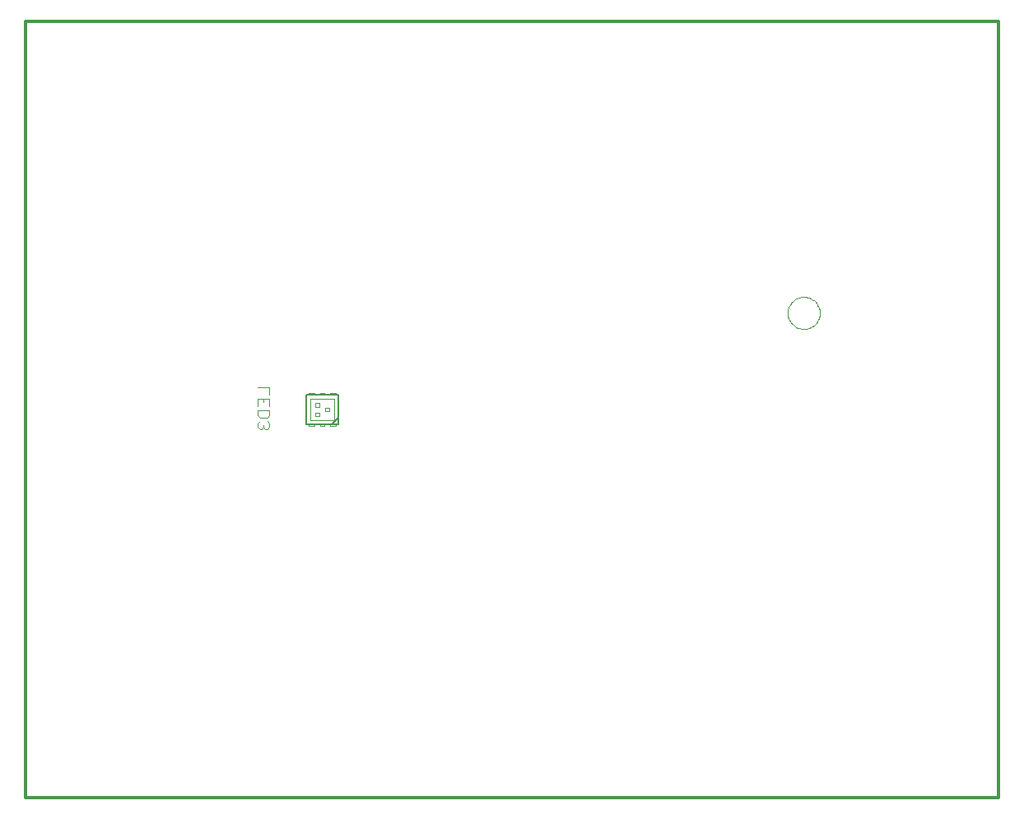
<source format=gbo>
G75*
%MOIN*%
%OFA0B0*%
%FSLAX24Y24*%
%IPPOS*%
%LPD*%
%AMOC8*
5,1,8,0,0,1.08239X$1,22.5*
%
%ADD10C,0.0120*%
%ADD11C,0.0080*%
%ADD12C,0.0040*%
%ADD13C,0.0000*%
D10*
X013160Y000220D02*
X013160Y031716D01*
X052530Y031716D01*
X052530Y000220D01*
X013160Y000220D01*
D11*
X024511Y015377D02*
X024609Y015377D01*
X024845Y015377D01*
X025082Y015377D01*
X025239Y015377D01*
X025475Y015377D01*
X025554Y015377D01*
X025810Y015633D01*
X025810Y016559D01*
X025712Y016559D01*
X025475Y016559D01*
X025239Y016559D01*
X025082Y016559D01*
X024845Y016559D01*
X024609Y016559D01*
X024511Y016559D01*
X024511Y015377D01*
X025554Y015377D02*
X025712Y015377D01*
X025810Y015377D01*
X025810Y015633D01*
D12*
X025652Y015535D02*
X025652Y016401D01*
X024668Y016401D01*
X024668Y015535D01*
X025652Y015535D01*
X025712Y015377D02*
X025712Y015299D01*
X025475Y015299D01*
X025475Y015377D01*
X025239Y015377D02*
X025239Y015299D01*
X025082Y015299D01*
X025082Y015377D01*
X024845Y015377D02*
X024845Y015299D01*
X024609Y015299D01*
X024609Y015377D01*
X024885Y015692D02*
X024885Y015850D01*
X025042Y015850D01*
X025042Y015692D01*
X024885Y015692D01*
X024885Y016086D02*
X025042Y016086D01*
X025042Y016244D01*
X024885Y016244D01*
X024885Y016086D01*
X025278Y016047D02*
X025278Y015889D01*
X025436Y015889D01*
X025436Y016047D01*
X025278Y016047D01*
X025239Y016559D02*
X025239Y016637D01*
X025082Y016637D01*
X025082Y016559D01*
X024845Y016559D02*
X024845Y016637D01*
X024609Y016637D01*
X024609Y016559D01*
X025475Y016559D02*
X025475Y016637D01*
X025712Y016637D01*
X025712Y016559D01*
X023015Y016566D02*
X023015Y016873D01*
X022555Y016873D01*
X022555Y016412D02*
X023015Y016412D01*
X023015Y016105D01*
X023015Y015952D02*
X023015Y015722D01*
X022939Y015645D01*
X022632Y015645D01*
X022555Y015722D01*
X022555Y015952D01*
X023015Y015952D01*
X022785Y016259D02*
X022785Y016412D01*
X022555Y016412D02*
X022555Y016105D01*
X022632Y015492D02*
X022555Y015415D01*
X022555Y015261D01*
X022632Y015185D01*
X022708Y015185D01*
X022785Y015261D01*
X022862Y015185D01*
X022939Y015185D01*
X023015Y015261D01*
X023015Y015415D01*
X022939Y015492D01*
X022785Y015338D02*
X022785Y015261D01*
D13*
X044010Y019883D02*
X044012Y019933D01*
X044018Y019983D01*
X044028Y020033D01*
X044041Y020081D01*
X044058Y020129D01*
X044079Y020175D01*
X044103Y020219D01*
X044131Y020261D01*
X044162Y020301D01*
X044196Y020338D01*
X044233Y020373D01*
X044272Y020404D01*
X044313Y020433D01*
X044357Y020458D01*
X044403Y020480D01*
X044450Y020498D01*
X044498Y020512D01*
X044547Y020523D01*
X044597Y020530D01*
X044647Y020533D01*
X044698Y020532D01*
X044748Y020527D01*
X044798Y020518D01*
X044846Y020506D01*
X044894Y020489D01*
X044940Y020469D01*
X044985Y020446D01*
X045028Y020419D01*
X045068Y020389D01*
X045106Y020356D01*
X045141Y020320D01*
X045174Y020281D01*
X045203Y020240D01*
X045229Y020197D01*
X045252Y020152D01*
X045271Y020105D01*
X045286Y020057D01*
X045298Y020008D01*
X045306Y019958D01*
X045310Y019908D01*
X045310Y019858D01*
X045306Y019808D01*
X045298Y019758D01*
X045286Y019709D01*
X045271Y019661D01*
X045252Y019614D01*
X045229Y019569D01*
X045203Y019526D01*
X045174Y019485D01*
X045141Y019446D01*
X045106Y019410D01*
X045068Y019377D01*
X045028Y019347D01*
X044985Y019320D01*
X044940Y019297D01*
X044894Y019277D01*
X044846Y019260D01*
X044798Y019248D01*
X044748Y019239D01*
X044698Y019234D01*
X044647Y019233D01*
X044597Y019236D01*
X044547Y019243D01*
X044498Y019254D01*
X044450Y019268D01*
X044403Y019286D01*
X044357Y019308D01*
X044313Y019333D01*
X044272Y019362D01*
X044233Y019393D01*
X044196Y019428D01*
X044162Y019465D01*
X044131Y019505D01*
X044103Y019547D01*
X044079Y019591D01*
X044058Y019637D01*
X044041Y019685D01*
X044028Y019733D01*
X044018Y019783D01*
X044012Y019833D01*
X044010Y019883D01*
M02*

</source>
